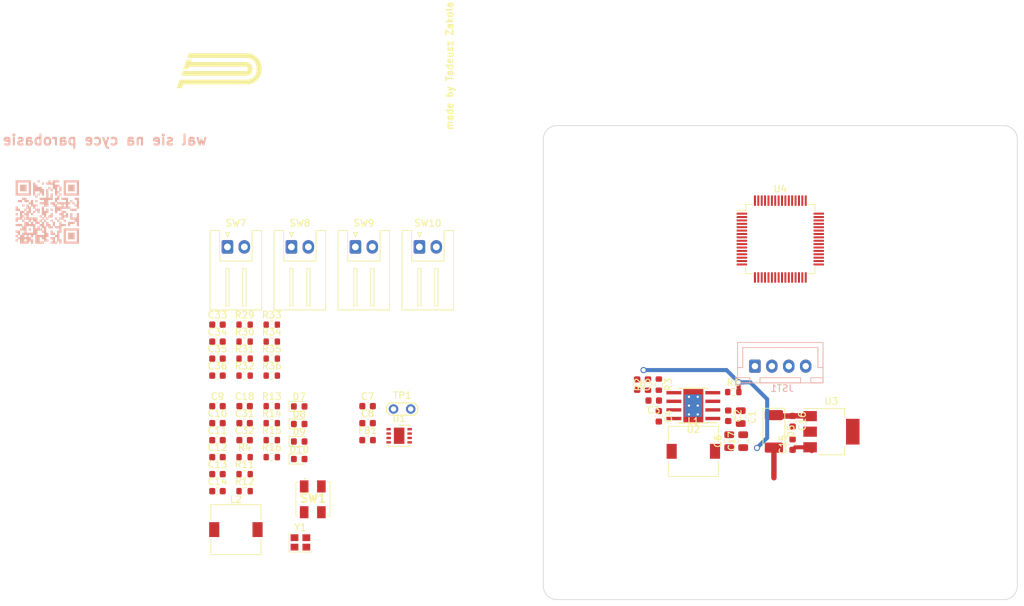
<source format=kicad_pcb>
(kicad_pcb (version 20221018) (generator pcbnew)
  (title_block (rev "${REVISION}") (company "Author:") (comment 1 "Reviewer:"))
  (layers (0 "F.Cu" signal) (31 "B.Cu" signal) (34 "B.Paste" user) (35 "F.Paste" user) (36 "B.SilkS" user "B.Silkscreen") (37 "F.SilkS" user "F.Silkscreen") (38 "B.Mask" user) (39 "F.Mask" user) (44 "Edge.Cuts" user))
  (property "REVISION" "1.0")
  (net 0 "")
  (net 1 "VCC")
  (net 2 "GND")
  (net 3 "Net-(U2-VCC)")
  (net 4 "Net-(U2-BOOT)")
  (net 5 "Net-(U2-SW)")
  (net 6 "+5V")
  (net 7 "Net-(U2-FB)")
  (net 8 "Net-(U2-PG)")
  (net 9 "+3.3V")
  (net 10 "Net-(U4-PH0)")
  (net 11 "Net-(U4-PH1)")
  (net 12 "/NRST")
  (net 13 "/sw1")
  (net 14 "/sw2")
  (net 15 "/sw3")
  (net 16 "/sw4")
  (net 17 "/LED1")
  (net 18 "Net-(D7-A)")
  (net 19 "/LED2")
  (net 20 "Net-(D8-A)")
  (net 21 "/LED3")
  (net 22 "Net-(D9-A)")
  (net 23 "/LED4")
  (net 24 "Net-(D10-A)")
  (net 25 "/CAN_H")
  (net 26 "/CAN_L")
  (net 27 "Net-(U4-PH3)")
  (net 28 "Net-(U1-VDD)")
  (net 29 "Net-(R29-Pad2)")
  (net 30 "Net-(R31-Pad2)")
  (net 31 "Net-(R33-Pad2)")
  (net 32 "Net-(R35-Pad2)")
  (net 33 "/CAN_TX")
  (net 34 "/CAN_RX")
  (net 74 "Net-(D5-K)")
  (net 75 "Net-(U4-VDDA)")
  (net 76 "Net-(R11-Pad2)")
  (net 77 "Net-(U4-VSSA)")
  (footprint "Resistor_SMD:R_0603_1608Metric" (layer "F.Cu") (at 61.885 116.47)
    (fp_text reference "R11" (at 0 -1.43) (layer "F.SilkS"))
    (fp_text value "10k")
    (pad "1" smd roundrect (at -0.825 0) (size 0.8 0.95) (layers "F.Cu" "F.Paste" "F.Mask") (net 9 "+3.3V"))
    (pad "2" smd roundrect (at 0.825 0) (size 0.8 0.95) (layers "F.Cu" "F.Paste" "F.Mask") (net 76 "Net-(R11-Pad2)"))
  )
  (footprint "Capacitor_SMD:C_0603_1608Metric" (layer "F.Cu") (at 122.305 105.6 180)
    (fp_text reference "C3" (at 0 -1.43) (layer "F.SilkS"))
    (fp_text value "1uF")
    (pad "1" smd roundrect (at -0.775 0 180) (size 0.9 0.95) (layers "F.Cu" "F.Paste" "F.Mask") (net 3 "Net-(U2-VCC)"))
    (pad "2" smd roundrect (at 0.775 0 180) (size 0.9 0.95) (layers "F.Cu" "F.Paste" "F.Mask") (net 2 "GND"))
  )
  (footprint "Resistor_SMD:R_0603_1608Metric" (layer "F.Cu") (at 61.885 101.92)
    (fp_text reference "R32" (at 0 -1.43) (layer "F.SilkS"))
    (fp_text value "470")
    (pad "1" smd roundrect (at -0.825 0) (size 0.8 0.95) (layers "F.Cu" "F.Paste" "F.Mask") (net 30 "Net-(R31-Pad2)"))
    (pad "2" smd roundrect (at 0.825 0) (size 0.8 0.95) (layers "F.Cu" "F.Paste" "F.Mask") (net 14 "/sw2"))
  )
  (footprint "Capacitor_SMD:C_0603_1608Metric" (layer "F.Cu") (at 119.855 103.25 -90)
    (fp_text reference "C5" (at 0 -1.43 90) (layer "F.SilkS"))
    (fp_text value "10pF")
    (pad "1" smd roundrect (at -0.775 0 270) (size 0.9 0.95) (layers "F.Cu" "F.Paste" "F.Mask") (net 6 "+5V"))
    (pad "2" smd roundrect (at 0.775 0 270) (size 0.9 0.95) (layers "F.Cu" "F.Paste" "F.Mask") (net 7 "Net-(U2-FB)"))
  )
  (footprint "Resistor_SMD:R_0603_1608Metric" (layer "F.Cu") (at 65.895 101.92)
    (fp_text reference "R36" (at 0 -1.43) (layer "F.SilkS"))
    (fp_text value "470")
    (pad "1" smd roundrect (at -0.825 0) (size 0.8 0.95) (layers "F.Cu" "F.Paste" "F.Mask") (net 32 "Net-(R35-Pad2)"))
    (pad "2" smd roundrect (at 0.825 0) (size 0.8 0.95) (layers "F.Cu" "F.Paste" "F.Mask") (net 16 "/sw4"))
  )
  (footprint "Capacitor_SMD:C_0603_1608Metric" (layer "F.Cu") (at 57.875 99.41)
    (fp_text reference "C35" (at 0 -1.43) (layer "F.SilkS"))
    (fp_text value "220nF")
    (pad "1" smd roundrect (at -0.775 0) (size 0.9 0.95) (layers "F.Cu" "F.Paste" "F.Mask") (net 15 "/sw3"))
    (pad "2" smd roundrect (at 0.775 0) (size 0.9 0.95) (layers "F.Cu" "F.Paste" "F.Mask") (net 2 "GND"))
  )
  (footprint "Logos:PUTM_LOGO_15mm" (layer "F.Cu") (at 57.75 56.75)
    (fp_text reference "G***" hide)
    (fp_text value "LOGO" hide)
  )
  (footprint "Capacitor_SMD:C_0603_1608Metric" (layer "F.Cu") (at 80.045 106.43)
    (fp_text reference "C7" (at 0 -1.43) (layer "F.SilkS"))
    (fp_text value "100nF")
    (pad "1" smd roundrect (at -0.775 0) (size 0.9 0.95) (layers "F.Cu" "F.Paste" "F.Mask") (net 9 "+3.3V"))
    (pad "2" smd roundrect (at 0.775 0) (size 0.9 0.95) (layers "F.Cu" "F.Paste" "F.Mask") (net 2 "GND"))
  )
  (footprint "Package_TO_SOT_SMD:SOT-223" (layer "F.Cu") (at 148.55 110.2)
    (fp_text reference "U3" (at 0 -4.5) (layer "F.SilkS"))
    (fp_text value "LM3940")
    (pad "1" smd rect (at -3.15 -2.3) (size 2 1.5) (layers "F.Cu" "F.Paste" "F.Mask") (net 74 "Net-(D5-K)"))
    (pad "2" smd rect (at -3.15 0) (size 2 1.5) (layers "F.Cu" "F.Paste" "F.Mask") (net 2 "GND"))
    (pad "2" smd rect (at 3.15 0) (size 2 3.8) (layers "F.Cu" "F.Paste" "F.Mask") (net 2 "GND"))
    (pad "3" smd rect (at -3.15 2.3) (size 2 1.5) (layers "F.Cu" "F.Paste" "F.Mask") (net 9 "+3.3V"))
  )
  (footprint "TestPoint:TestPoint_2Pads_Pitch2.54mm_Drill0.8mm" (layer "F.Cu") (at 83.875 106.85)
    (fp_text reference "TP1" (at 1.3 -2) (layer "F.SilkS"))
    (fp_text value "TestPoint_2Pole")
    (pad "1" thru_hole circle (at 0 0) (size 1.4 1.4) (drill 0.8) (layers "*.Cu" "*.Mask") (net 33 "/CAN_TX"))
    (pad "2" thru_hole circle (at 2.54 0) (size 1.4 1.4) (drill 0.8) (layers "*.Cu" "*.Mask") (net 34 "/CAN_RX"))
  )
  (footprint "Capacitor_SMD:C_0805_2012Metric" (layer "F.Cu") (at 135.515 111.6 90)
    (fp_text reference "C17" (at 0 -1.68 90) (layer "F.SilkS"))
    (fp_text value "22uF")
    (pad "1" smd roundrect (at -0.95 0 90) (size 1 1.45) (layers "F.Cu" "F.Paste" "F.Mask") (net 6 "+5V"))
    (pad "2" smd roundrect (at 0.95 0 90) (size 1 1.45) (layers "F.Cu" "F.Paste" "F.Mask") (net 2 "GND"))
  )
  (footprint "Connector_JST:JST_XH_S2B-XH-A_1x02_P2.50mm_Horizontal" (layer "F.Cu") (at 59.345 82.91)
    (fp_text reference "SW7" (at 1.25 -3.5) (layer "F.SilkS"))
    (fp_text value "SW_Push")
    (pad "1" thru_hole roundrect (at 0 0) (size 1.7 2) (drill 1) (layers "*.Cu" "*.Mask") (roundrect_rratio 0.147059) (net 2 "GND"))
    (pad "2" thru_hole oval (at 2.5 0) (size 1.7 2) (drill 1) (layers "*.Cu" "*.Mask") (net 29 "Net-(R29-Pad2)"))
  )
  (footprint "Capacitor_SMD:C_0603_1608Metric" (layer "F.Cu") (at 61.885 111.45)
    (fp_text reference "C32" (at 0 -1.43) (layer "F.SilkS"))
    (fp_text value "100nF")
    (pad "1" smd roundrect (at -0.775 0) (size 0.9 0.95) (layers "F.Cu" "F.Paste" "F.Mask") (net 75 "Net-(U4-VDDA)"))
    (pad "2" smd roundrect (at 0.775 0) (size 0.9 0.95) (layers "F.Cu" "F.Paste" "F.Mask") (net 2 "GND"))
  )
  (footprint "Resistor_SMD:R_0603_1608Metric" (layer "F.Cu") (at 123.055 103.25 -90)
    (fp_text reference "R3" (at 0 -1.43 90) (layer "F.SilkS"))
    (fp_text value "24.9k")
    (pad "1" smd roundrect (at -0.825 0 270) (size 0.8 0.95) (layers "F.Cu" "F.Paste" "F.Mask") (net 2 "GND"))
    (pad "2" smd roundrect (at 0.825 0 270) (size 0.8 0.95) (layers "F.Cu" "F.Paste" "F.Mask") (net 7 "Net-(U2-FB)"))
  )
  (footprint "Capacitor_SMD:C_0603_1608Metric" (layer "F.Cu") (at 57.875 96.9)
    (fp_text reference "C34" (at 0 -1.43) (layer "F.SilkS"))
    (fp_text value "220nF")
    (pad "1" smd roundrect (at -0.775 0) (size 0.9 0.95) (layers "F.Cu" "F.Paste" "F.Mask") (net 14 "/sw2"))
    (pad "2" smd roundrect (at 0.775 0) (size 0.9 0.95) (layers "F.Cu" "F.Paste" "F.Mask") (net 2 "GND"))
  )
  (footprint "Resistor_SMD:R_0603_1608Metric" (layer "F.Cu") (at 61.885 94.39)
    (fp_text reference "R29" (at 0 -1.43) (layer "F.SilkS"))
    (fp_text value "10k")
    (pad "1" smd roundrect (at -0.825 0) (size 0.8 0.95) (layers "F.Cu" "F.Paste" "F.Mask") (net 9 "+3.3V"))
    (pad "2" smd roundrect (at 0.825 0) (size 0.8 0.95) (layers "F.Cu" "F.Paste" "F.Mask") (net 29 "Net-(R29-Pad2)"))
  )
  (footprint "Capacitor_SMD:C_0805_2012Metric" (layer "F.Cu") (at 133.455 111.6 90)
    (fp_text reference "C6" (at 0 -1.68 90) (layer "F.SilkS"))
    (fp_text value "22uF")
    (pad "1" smd roundrect (at -0.95 0 90) (size 1 1.45) (layers "F.Cu" "F.Paste" "F.Mask") (net 6 "+5V"))
    (pad "2" smd roundrect (at 0.95 0 90) (size 1 1.45) (layers "F.Cu" "F.Paste" "F.Mask") (net 2 "GND"))
  )
  (footprint "Capacitor_SMD:C_0603_1608Metric" (layer "F.Cu") (at 123.055 107.925 -90)
    (fp_text reference "C4" (at 0 -1.43 90) (layer "F.SilkS"))
    (fp_text value "100nF")
    (pad "1" smd roundrect (at -0.775 0 270) (size 0.9 0.95) (layers "F.Cu" "F.Paste" "F.Mask") (net 4 "Net-(U2-BOOT)"))
    (pad "2" smd roundrect (at 0.775 0 270) (size 0.9 0.95) (layers "F.Cu" "F.Paste" "F.Mask") (net 5 "Net-(U2-SW)"))
  )
  (footprint "Package_QFP:LQFP-64_10x10mm_P0.5mm" (layer "F.Cu") (at 141 81.75)
    (fp_text reference "U4" (at 0 -7.4) (layer "F.SilkS"))
    (fp_text value "STM32L4P5RETx")
    (pad "1" smd roundrect (at -5.675 -3.75) (size 1.55 0.3) (layers "F.Cu" "F.Paste" "F.Mask") (net 9 "+3.3V"))
    (pad "2" smd roundrect (at -5.675 -3.25) (size 1.55 0.3) (layers "F.Cu" "F.Paste" "F.Mask"))
    (pad "3" smd roundrect (at -5.675 -2.75) (size 1.55 0.3) (layers "F.Cu" "F.Paste" "F.Mask"))
    (pad "4" smd roundrect (at -5.675 -2.25) (size 1.55 0.3) (layers "F.Cu" "F.Paste" "F.Mask"))
    (pad "5" smd roundrect (at -5.675 -1.75) (size 1.55 0.3) (layers "F.Cu" "F.Paste" "F.Mask") (net 10 "Net-(U4-PH0)"))
    (pad "6" smd roundrect (at -5.675 -1.25) (size 1.55 0.3) (layers "F.Cu" "F.Paste" "F.Mask") (net 11 "Net-(U4-PH1)"))
    (pad "7" smd roundrect (at -5.675 -0.75) (size 1.55 0.3) (layers "F.Cu" "F.Paste" "F.Mask") (net 12 "/NRST"))
    (pad "8" smd roundrect (at -5.675 -0.25) (size 1.55 0.3) (layers "F.Cu" "F.Paste" "F.Mask"))
    (pad "9" smd roundrect (at -5.675 0.25) (size 1.55 0.3) (layers "F.Cu" "F.Paste" "F.Mask"))
    (pad "10" smd roundrect (at -5.675 0.75) (size 1.55 0.3) (layers "F.Cu" "F.Paste" "F.Mask"))
    (pad "11" smd roundrect (at -5.675 1.25) (size 1.55 0.3) (layers "F.Cu" "F.Paste" "F.Mask"))
    (pad "12" smd roundrect (at -5.675 1.75) (size 1.55 0.3) (layers "F.Cu" "F.Paste" "F.Mask") (net 77 "Net-(U4-VSSA)"))
    (pad "13" smd roundrect (at -5.675 2.25) (size 1.55 0.3) (layers "F.Cu" "F.Paste" "F.Mask") (net 75 "Net-(U4-VDDA)"))
    (pad "14" smd roundrect (at -5.675 2.75) (size 1.55 0.3) (layers "F.Cu" "F.Paste" "F.Mask"))
    (pad "15" smd roundrect (at -5.675 3.25) (size 1.55 0.3) (layers "F.Cu" "F.Paste" "F.Mask"))
    (pad "16" smd roundrect (at -5.675 3.75) (size 1.55 0.3) (layers "F.Cu" "F.Paste" "F.Mask"))
    (pad "17" smd roundrect (at -3.75 5.675) (size 0.3 1.55) (layers "F.Cu" "F.Paste" "F.Mask"))
    (pad "18" smd roundrect (at -3.25 5.675) (size 0.3 1.55) (layers "F.Cu" "F.Paste" "F.Mask") (net 77 "Net-(U4-VSSA)"))
    (pad "19" smd roundrect (at -2.75 5.675) (size 0.3 1.55) (layers "F.Cu" "F.Paste" "F.Mask") (net 9 "+3.3V"))
    (pad "20" smd roundrect (at -2.25 5.675) (size 0.3 1.55) (layers "F.Cu" "F.Paste" "F.Mask"))
    (pad "21" smd roundrect (at -1.75 5.675) (size 0.3 1.55) (layers "F.Cu" "F.Paste" "F.Mask"))
    (pad "22" smd roundrect (at -1.25 5.675) (size 0.3 1.55) (layers "F.Cu" "F.Paste" "F.Mask"))
    (pad "23" smd roundrect (at -0.75 5.675) (size 0.3 1.55) (layers "F.Cu" "F.Paste" "F.Mask"))
    (pad "24" smd roundrect (at -0.25 5.675) (size 0.3 1.55) (layers "F.Cu" "F.Paste" "F.Mask"))
    (pad "25" smd roundrect (at 0.25 5.675) (size 0.3 1.55) (layers "F.Cu" "F.Paste" "F.Mask"))
    (pad "26" smd roundrect (at 0.75 5.675) (size 0.3 1.55) (layers "F.Cu" "F.Paste" "F.Mask"))
    (pad "27" smd roundrect (at 1.25 5.675) (size 0.3 1.55) (layers "F.Cu" "F.Paste" "F.Mask"))
    (pad "28" smd roundrect (at 1.75 5.675) (size 0.3 1.55) (layers "F.Cu" "F.Paste" "F.Mask"))
    (pad "29" smd roundrect (at 2.25 5.675) (size 0.3 1.55) (layers "F.Cu" "F.Paste" "F.Mask"))
    (pad "30" smd roundrect (at 2.75 5.675) (size 0.3 1.55) (layers "F.Cu" "F.Paste" "F.Mask"))
    (pad "31" smd roundrect (at 3.25 5.675) (size 0.3 1.55) (layers "F.Cu" "F.Paste" "F.Mask") (net 77 "Net-(U4-VSSA)"))
    (pad "32" smd roundrect (at 3.75 5.675) (size 0.3 1.55) (layers "F.Cu" "F.Paste" "F.Mask") (net 9 "+3.3V"))
    (pad "33" smd roundrect (at 5.675 3.75) (size 1.55 0.3) (layers "F.Cu" "F.Paste" "F.Mask") (net 13 "/sw1"))
    (pad "34" smd roundrect (at 5.675 3.25) (size 1.55 0.3) (layers "F.Cu" "F.Paste" "F.Mask") (net 14 "/sw2"))
    (pad "35" smd roundrect (at 5.675 2.75) (size 1.55 0.3) (layers "F.Cu" "F.Paste" "F.Mask") (net 15 "/sw3"))
    (pad "36" smd roundrect (at 5.675 2.25) (size 1.55 0.3) (layers "F.Cu" "F.Paste" "F.Mask") (net 16 "/sw4"))
    (pad "37" smd roundrect (at 5.675 1.75) (size 1.55 0.3) (layers "F.Cu" "F.Paste" "F.Mask") (net 17 "/LED1"))
    (pad "38" smd roundrect (at 5.675 1.25) (size 1.55 0.3) (layers "F.Cu" "F.Paste" "F.Mask") (net 19 "/LED2"))
    (pad "39" smd roundrect (at 5.675 0.75) (size 1.55 0.3) (layers "F.Cu" "F.Paste" "F.Mask") (net 21 "/LED3"))
    (pad "40" smd roundrect (at 5.675 0.25) (size 1.55 0.3) (layers "F.Cu" "F.Paste" "F.Mask") (net 23 "/LED4"))
    (pad "41" smd roundrect (at 5.675 -0.25) (size 1.55 0.3) (layers "F.Cu" "F.Paste" "F.Mask"))
    (pad "42" smd roundrect (at 5.675 -0.75) (size 1.55 0.3) (layers "F.Cu" "F.Paste" "F.Mask"))
    (pad "43" smd roundrect (at 5.675 -1.25) (size 1.55 0.3) (layers "F.Cu" "F.Paste" "F.Mask"))
    (pad "44" smd roundrect (at 5.675 -1.75) (size 1.55 0.3) (layers "F.Cu" "F.Paste" "F.Mask"))
    (pad "45" smd roundrect (at 5.675 -2.25) (size 1.55 0.3) (layers "F.Cu" "F.Paste" "F.Mask"))
    (pad "46" smd roundrect (at 5.675 -2.75) (size 1.55 0.3) (layers "F.Cu" "F.Paste" "F.Mask"))
    (pad "47" smd roundrect (at 5.675 -3.25) (size 1.55 0.3) (layers "F.Cu" "F.Paste" "F.Mask") (net 77 "Net-(U4-VSSA)"))
    (pad "48" smd roundrect (at 5.675 -3.75) (size 1.55 0.3) (layers "F.Cu" "F.Paste" "F.Mask") (net 9 "+3.3V"))
    (pad "49" smd roundrect (at 3.75 -5.675) (size 0.3 1.55) (layers "F.Cu" "F.Paste" "F.Mask"))
    (pad "50" smd roundrect (at 3.25 -5.675) (size 0.3 1.55) (layers "F.Cu" "F.Paste" "F.Mask"))
    (pad "51" smd roundrect (at 2.75 -5.675) (size 0.3 1.55) (layers "F.Cu" "F.Paste" "F.Mask"))
    (pad "52" smd roundrect (at 2.25 -5.675) (size 0.3 1.55) (layers "F.Cu" "F.Paste" "F.Mask"))
    (pad "53" smd roundrect (at 1.75 -5.675) (size 0.3 1.55) (layers "F.Cu" "F.Paste" "F.Mask"))
    (pad "54" smd roundrect (at 1.25 -5.675) (size 0.3 1.55) (layers "F.Cu" "F.Paste" "F.Mask"))
    (pad "55" smd roundrect (at 0.75 -5.675) (size 0.3 1.55) (layers "F.Cu" "F.Paste" "F.Mask"))
    (pad "56" smd roundrect (at 0.25 -5.675) (size 0.3 1.55) (layers "F.Cu" "F.Paste" "F.Mask"))
    (pad "57" smd roundrect (at -0.25 -5.675) (size 0.3 1.55) (layers "F.Cu" "F.Paste" "F.Mask"))
    (pad "58" smd roundrect (at -0.75 -5.675) (size 0.3 1.55) (layers "F.Cu" "F.Paste" "F.Mask"))
    (pad "59" smd roundrect (at -1.25 -5.675) (size 0.3 1.55) (layers "F.Cu" "F.Paste" "F.Mask"))
    (pad "60" smd roundrect (at -1.75 -5.675) (size 0.3 1.55) (layers "F.Cu" "F.Paste" "F.Mask") (net 27 "Net-(U4-PH3)"))
    (pad "61" smd roundrect (at -2.25 -5.675) (size 0.3 1.55) (layers "F.Cu" "F.Paste" "F.Mask") (net 34 "/CAN_RX"))
    (pad "62" smd roundrect (at -2.75 -5.675) (size 0.3 1.55) (layers "F.Cu" "F.Paste" "F.Mask") (net 33 "/CAN_TX"))
    (pad "63" smd roundrect (at -3.25 -5.675) (size 0.3 1.55) (layers "F.Cu" "F.Paste" "F.Mask") (net 77 "Net-(U4-VSSA)"))
    (pad "64" smd roundrect (at -3.75 -5.675) (size 0.3 1.55) (layers "F.Cu" "F.Paste" "F.Mask") (net 9 "+3.3V"))
  )
  (footprint "Capacitor_SMD:C_0603_1608Metric" (layer "F.Cu") (at 57.875 106.43)
    (fp_text reference "C9" (at 0 -1.43) (layer "F.SilkS"))
    (fp_text value "100nF")
    (pad "1" smd roundrect (at -0.775 0) (size 0.9 0.95) (layers "F.Cu" "F.Paste" "F.Mask") (net 9 "+3.3V"))
    (pad "2" smd roundrect (at 0.775 0) (size 0.9 0.95) (layers "F.Cu" "F.Paste" "F.Mask") (net 2 "GND"))
  )
  (footprint "Connector_JST:JST_XH_S2B-XH-A_1x02_P2.50mm_Horizontal" (layer "F.Cu") (at 78.245 82.91)
    (fp_text reference "SW9" (at 1.25 -3.5) (layer "F.SilkS"))
    (fp_text value "SW_Push")
    (pad "1" thru_hole roundrect (at 0 0) (size 1.7 2) (drill 1) (layers "*.Cu" "*.Mask") (roundrect_rratio 0.147059) (net 2 "GND"))
    (pad "2" thru_hole oval (at 2.5 0) (size 1.7 2) (drill 1) (layers "*.Cu" "*.Mask") (net 31 "Net-(R33-Pad2)"))
  )
  (footprint "Resistor_SMD:R_0603_1608Metric" (layer "F.Cu") (at 65.895 94.39)
    (fp_text reference "R33" (at 0 -1.43) (layer "F.SilkS"))
    (fp_text value "10k")
    (pad "1" smd roundrect (at -0.825 0) (size 0.8 0.95) (layers "F.Cu" "F.Paste" "F.Mask") (net 9 "+3.3V"))
    (pad "2" smd roundrect (at 0.825 0) (size 0.8 0.95) (layers "F.Cu" "F.Paste" "F.Mask") (net 31 "Net-(R33-Pad2)"))
  )
  (footprint "Package_DFN_QFN:DFN-8-1EP_3x3mm_P0.65mm_EP1.55x2.4mm" (layer "F.Cu") (at 84.705 110.8)
    (fp_text reference "U1" (at 0 -2.55) (layer "F.SilkS"))
    (fp_text value "MCP2542FDxMF")
    (pad "1" smd rect (at -1.55 -0.975) (size 0.65 0.35) (layers "F.Cu" "F.Paste" "F.Mask") (net 33 "/CAN_TX"))
    (pad "2" smd rect (at -1.55 -0.325) (size 0.65 0.35) (layers "F.Cu" "F.Paste" "F.Mask") (net 2 "GND"))
    (pad "3" smd rect (at -1.55 0.325) (size 0.65 0.35) (layers "F.Cu" "F.Paste" "F.Mask") (net 28 "Net-(U1-VDD)"))
    (pad "4" smd rect (at -1.55 0.975) (size 0.65 0.35) (layers "F.Cu" "F.Paste" "F.Mask") (net 34 "/CAN_RX"))
    (pad "5" smd rect (at 1.55 0.975) (size 0.65 0.35) (layers "F.Cu" "F.Paste" "F.Mask") (net 9 "+3.3V"))
    (pad "6" smd rect (at 1.55 0.325) (size 0.65 0.35) (layers "F.Cu" "F.Paste" "F.Mask") (net 26 "/CAN_L"))
    (pad "7" smd rect (at 1.55 -0.325) (size 0.65 0.35) (layers "F.Cu" "F.Paste" "F.Mask") (net 25 "/CAN_H"))
    (pad "8" smd rect (at 1.55 -0.975) (size 0.65 0.35) (layers "F.Cu" "F.Paste" "F.Mask") (net 2 "GND"))
    (pad "9" smd rect (at 0 0) (size 1.55 2.4) (layers "F.Cu" "F.Mask") (net 2 "GND"))
  )
  (footprint "Resistor_SMD:R_0603_1608Metric" (layer "F.Cu") (at 61.885 99.41)
    (fp_text reference "R31" (at 0 -1.43) (layer "F.SilkS"))
    (fp_text value "10k")
    (pad "1" smd roundrect (at -0.825 0) (size 0.8 0.95) (layers "F.Cu" "F.Paste" "F.Mask") (net 9 "+3.3V"))
    (pad "2" smd roundrect (at 0.825 0) (size 0.8 0.95) (layers "F.Cu" "F.Paste" "F.Mask") (net 30 "Net-(R31-Pad2)"))
  )
  (footprint "Resistor_SMD:R_0603_1608Metric" (layer "F.Cu") (at 65.895 99.41)
    (fp_text reference "R35" (at 0 -1.43) (layer "F.SilkS"))
    (fp_text value "10k")
    (pad "1" smd roundrect (at -0.825 0) (size 0.8 0.95) (layers "F.Cu" "F.Paste" "F.Mask") (net 9 "+3.3V"))
    (pad "2" smd roundrect (at 0.825 0) (size 0.8 0.95) (layers "F.Cu" "F.Paste" "F.Mask") (net 32 "Net-(R35-Pad2)"))
  )
  (footprint "Crystal:Crystal_SMD_2520-4Pin_2.5x2.0mm" (layer "F.Cu") (at 70.125 126.55)
    (fp_text reference "Y1" (at 0 -2.2) (layer "F.SilkS"))
    (fp_text value "16MHz")
    (pad "1" smd rect (at -0.875 0.7) (size 1.15 1) (layers "F.Cu" "F.Paste" "F.Mask") (net 11 "Net-(U4-PH1)"))
    (pad "2" smd rect (at 0.875 0.7) (size 1.15 1) (layers "F.Cu" "F.Paste" "F.Mask") (net 2 "GND"))
    (pad "3" smd rect (at 0.875 -0.7) (size 1.15 1) (layers "F.Cu" "F.Paste" "F.Mask") (net 10 "Net-(U4-PH0)"))
    (pad "4" smd rect (at -0.875 -0.7) (size 1.15 1) (layers "F.Cu" "F.Paste" "F.Mask") (net 2 "GND"))
  )
  (footprint "Resistor_SMD:R_0603_1608Metric" (layer "F.Cu") (at 65.895 111.45)
    (fp_text reference "R15" (at 0 -1.43) (layer "F.SilkS"))
    (fp_text value "320")
    (pad "1" smd roundrect (at -0.825 0) (size 0.8 0.95) (layers "F.Cu" "F.Paste" "F.Mask") (net 9 "+3.3V"))
    (pad "2" smd roundrect (at 0.825 0) (size 0.8 0.95) (layers "F.Cu" "F.Paste" "F.Mask") (net 22 "Net-(D9-A)"))
  )
  (footprint "Diode_SMD:D_MELF" (layer "F.Cu") (at 140.055 110.15 -90)
    (fp_text reference "D5" (at 0 -2.5 -270) (layer "F.SilkS"))
    (fp_text value "Dioda Schottky'ego")
    (pad "1" smd roundrect (at -2.4 0 270) (size 1.5 2.7) (layers "F.Cu" "F.Paste" "F.Mask") (roundrect_rratio 0.1666666667) (net 74 "Net-(D5-K)"))
    (pad "2" smd roundrect (at 2.4 0 270) (size 1.5 2.7) (layers "F.Cu" "F.Paste" "F.Mask") (roundrect_rratio 0.1666666667) (net 6 "+5V"))
  )
  (footprint "Resistor_SMD:R_0603_1608Metric" (layer "F.Cu") (at 61.885 96.9)
    (fp_text reference "R30" (at 0 -1.43) (layer "F.SilkS"))
    (fp_text value "470")
    (pad "1" smd roundrect (at -0.825 0) (size 0.8 0.95) (layers "F.Cu" "F.Paste" "F.Mask") (net 29 "Net-(R29-Pad2)"))
    (pad "2" smd roundrect (at 0.825 0) (size 0.8 0.95) (layers "F.Cu" "F.Paste" "F.Mask") (net 13 "/sw1"))
  )
  (footprint "Connector_JST:JST_XH_S2B-XH-A_1x02_P2.50mm_Horizontal" (layer "F.Cu") (at 68.795 82.91)
    (fp_text reference "SW8" (at 1.25 -3.5) (layer "F.SilkS"))
    (fp_text value "SW_Push")
    (pad "1" thru_hole roundrect (at 0 0) (size 1.7 2) (drill 1) (layers "*.Cu" "*.Mask") (roundrect_rratio 0.147059) (net 2 "GND"))
    (pad "2" thru_hole oval (at 2.5 0) (size 1.7 2) (drill 1) (layers "*.Cu" "*.Mask") (net 30 "Net-(R31-Pad2)"))
  )
  (footprint "Capacitor_SMD:C_0603_1608Metric" (layer "F.Cu") (at 57.875 118.98)
    (fp_text reference "C14" (at 0 -1.43) (layer "F.SilkS"))
    (fp_text value "100nF")
    (pad "1" smd roundrect (at -0.775 0) (size 0.9 0.95) (layers "F.Cu" "F.Paste" "F.Mask") (net 9 "+3.3V"))
    (pad "2" smd roundrect (at 0.775 0) (size 0.9 0.95) (layers "F.Cu" "F.Paste" "F.Mask") (net 2 "GND"))
  )
  (footprint "LED_SMD:LED_0603_1608Metric" (layer "F.Cu") (at 69.945 114.24)
    (fp_text reference "D10" (at 0 -1.43) (layer "F.SilkS"))
    (fp_text value "LED")
    (pad "1" smd roundrect (at -0.7875 0) (size 0.875 0.95) (layers "F.Cu" "F.Paste" "F.Mask") (net 23 "/LED4"))
    (pad "2" smd roundrect (at 0.7875 0) (size 0.875 0.95) (layers "F.Cu" "F.Paste" "F.Mask") (net 24 "Net-(D10-A)"))
  )
  (footprint "LED_SMD:LED_0603_1608Metric" (layer "F.Cu") (at 69.945 106.47)
    (fp_text reference "D7" (at 0 -1.43) (layer "F.SilkS"))
    (fp_text value "LED")
    (pad "1" smd roundrect (at -0.7875 0) (size 0.875 0.95) (layers "F.Cu" "F.Paste" "F.Mask") (net 17 "/LED1"))
    (pad "2" smd roundrect (at 0.7875 0) (size 0.875 0.95) (layers "F.Cu" "F.Paste" "F.Mask") (net 18 "Net-(D7-A)"))
  )
  (footprint "Capacitor_SMD:C_0603_1608Metric" (layer "F.Cu") (at 57.875 108.94)
    (fp_text reference "C10" (at 0 -1.43) (layer "F.SilkS"))
    (fp_text value "100nF")
    (pad "1" smd roundrect (at -0.775 0) (size 0.9 0.95) (layers "F.Cu" "F.Paste" "F.Mask") (net 9 "+3.3V"))
    (pad "2" smd roundrect (at 0.775 0) (size 0.9 0.95) (layers "F.Cu" "F.Paste" "F.Mask") (net 2 "GND"))
  )
  (footprint "Capacitor_SMD:C_0603_1608Metric" (layer "F.Cu") (at 57.875 113.96)
    (fp_text reference "C12" (at 0 -1.43) (layer "F.SilkS"))
    (fp_text value "22pF")
    (pad "1" smd roundrect (at -0.775 0) (size 0.9 0.95) (layers "F.Cu" "F.Paste" "F.Mask") (net 2 "GND"))
    (pad "2" smd roundrect (at 0.775 0) (size 0.9 0.95) (layers "F.Cu" "F.Paste" "F.Mask") (net 10 "Net-(U4-PH0)"))
  )
  (footprint "Capacitor_SMD:C_0603_1608Metric" (layer "F.Cu") (at 142.81 112.11 90)
    (fp_text reference "C15" (at 0 -1.43 90) (layer "F.SilkS"))
    (fp_text value "33uF")
    (pad "1" smd roundrect (at -0.775 0 90) (size 0.9 0.95) (layers "F.Cu" "F.Paste" "F.Mask") (net 9 "+3.3V"))
    (pad "2" smd roundrect (at 0.775 0 90) (size 0.9 0.95) (layers "F.Cu" "F.Paste" "F.Mask") (net 2 "GND"))
  )
  (footprint "Resistor_SMD:R_0603_1608Metric" (layer "F.Cu") (at 121.455 103.25 90)
    (fp_text reference "R2" (at 0 -1.43 90) (layer "F.SilkS"))
    (fp_text value "100k")
    (pad "1" smd roundrect (at -0.825 0 90) (size 0.8 0.95) (layers "F.Cu" "F.Paste" "F.Mask") (net 7 "Net-(U2-FB)"))
    (pad "2" smd roundrect (at 0.825 0 90) (size 0.8 0.95) (layers "F.Cu" "F.Paste" "F.Mask") (net 6 "+5V"))
  )
  (footprint "Resistor_SMD:R_0603_1608Metric" (layer "F.Cu") (at 65.895 113.96)
    (fp_text reference "R16" (at 0 -1.43) (layer "F.SilkS"))
    (fp_text value "320")
    (pad "1" smd roundrect (at -0.825 0) (size 0.8 0.95) (layers "F.Cu" "F.Paste" "F.Mask") (net 9 "+3.3V"))
    (pad "2" smd roundrect (at 0.825 0) (size 0.8 0.95) (layers "F.Cu" "F.Paste" "F.Mask") (net 24 "Net-(D10-A)"))
  )
  (footprint "Capacitor_SMD:C_0805_2012Metric" (layer "F.Cu") (at 135.155 108.05 -90)
    (fp_text reference "C1" (at 0 -1.68 90) (layer "F.SilkS"))
    (fp_text value "2.2uF")
    (pad "1" smd roundrect (at -0.95 0 270) (size 1 1.45) (layers "F.Cu" "F.Paste" "F.Mask") (net 1 "VCC"))
    (pad "2" smd roundrect (at 0.95 0 270) (size 1 1.45) (layers "F.Cu" "F.Paste" "F.Mask") (net 2 "GND"))
  )
  (footprint "Inductor_SMD:L_7.3x7.3_H4.5" (layer "F.Cu") (at 60.595 124.66)
    (fp_text reference "L2" (at 0 -4.45) (layer "F.SilkS"))
    (fp_text value "10uL")
    (pad "1" smd rect (at -3.2 0) (size 1.5 2.2) (layers "F.Cu" "F.Paste" "F.Mask") (net 9 "+3.3V"))
    (pad "2" smd rect (at 3.2 0) (size 1.5 2.2) (layers "F.Cu" "F.Paste" "F.Mask") (net 75 "Net-(U4-VDDA)"))
  )
  (footprint "LED_SMD:LED_0603_1608Metric" (layer "F.Cu") (at 69.945 111.65)
    (fp_text reference "D9" (at 0 -1.43) (layer "F.SilkS"))
    (fp_text value "LED")
    (pad "1" smd roundrect (at -0.7875 0) (size 0.875 0.95) (layers "F.Cu" "F.Paste" "F.Mask") (net 21 "/LED3"))
    (pad "2" smd roundrect (at 0.7875 0) (size 0.875 0.95) (layers "F.Cu" "F.Paste" "F.Mask") (net 22 "Net-(D9-A)"))
  )
  (footprint "Package_SO:Texas_HTSOP-8-1EP_3.9x4.9mm_P1.27mm_EP2.95x4.9mm_Mask2.4x3.1mm_ThermalVias" (layer "F.Cu") (at 128.155 106.35 180)
    (fp_text reference "U2" (at 0 -3.5) (layer "F.SilkS"))
    (fp_text value "LMR36510ADDA")
    (pad "1" smd rect (at -2.875 -1.905 180) (size 2.2 0.5) (layers "F.Cu" "F.Paste" "F.Mask") (net 2 "GND"))
    (pad "2" smd rect (at -2.875 -0.635 180) (size 2.2 0.5) (layers "F.Cu" "F.Paste" "F.Mask") (net 1 "VCC"))
    (pad "3" smd rect (at -2.875 0.635 180) (size 2.2 0.5) (layers "F.Cu" "F.Paste" "F.Mask") (net 1 "VCC"))
    (pad "4" smd rect (at -2.875 1.905 180) (size 2.2 0.5) (layers "F.Cu" "F.Paste" "F.Mask") (net 8 "Net-(U2-PG)"))
    (pad "5" smd rect (at 2.875 1.905 180) (size 2.2 0.5) (layers "F.Cu" "F.Paste" "F.Mask") (net 7 "Net-(U2-FB)"))
    (pad "6" smd rect (at 2.875 0.635 180) (size 2.2 0.5) (layers "F.Cu" "F.Paste" "F.Mask") (net 3 "Net-(U2-VCC)"))
    (pad "7" smd rect (at 2.875 -0.635 180) (size 2.2 0.5) (layers "F.Cu" "F.Paste" "F.Mask") (net 4 "Net-(U2-BOOT)"))
    (pad "8" smd rect (at 2.875 -1.905 180) (size 2.2 0.5) (layers "F.Cu" "F.Paste" "F.Mask") (net 5 "Net-(U2-SW)"))
    (pad "9" thru_hole circle (at -0.65 -1.3 180) (size 0.63 0.63) (drill 0.33) (layers "*.Cu" "*.Mask") (net 2 "GND"))
    (pad "9" thru_hole circle (at -0.65 0 180) (size 0.63 0.63) (drill 0.33) (layers "*.Cu" "*.Mask") (net 2 "GND"))
    (pad "9" thru_hole circle (at -0.65 1.3 180) (size 0.63 0.63) (drill 0.33) (layers "*.Cu" "*.Mask") (net 2 "GND"))
    (pad "9" smd rect (at 0 0 180) (size 2.6 3.3) (layers "B.Cu") (net 2 "GND"))
    (pad "9" smd rect (at 0 0 180) (size 2.95 4.9) (layers "F.Cu") (net 2 "GND"))
    (pad "9" thru_hole circle (at 0.65 -1.3 180) (size 0.63 0.63) (drill 0.33) (layers "*.Cu" "*.Mask") (net 2 "GND"))
    (pad "9" thru_hole circle (at 0.65 0 180) (size 0.63 0.63) (drill 0.33) (layers "*.Cu" "*.Mask") (net 2 "GND"))
    (pad "9" thru_hole circle (at 0.65 1.3 180) (size 0.63 0.63) (drill 0.33) (layers "*.Cu" "*.Mask") (net 2 "GND"))
  )
  (footprint "Capacitor_SMD:C_0603_1608Metric" (layer "F.Cu") (at 61.885 106.43)
    (fp_text reference "C18" (at 0 -1.43) (layer "F.SilkS"))
    (fp_text value "100nF")
    (pad "1" smd roundrect (at -0.775 0) (size 0.9 0.95) (layers "F.Cu" "F.Paste" "F.Mask") (net 12 "/NRST"))
    (pad "2" smd roundrect (at 0.775 0) (size 0.9 0.95) (layers "F.Cu" "F.Paste" "F.Mask") (net 2 "GND"))
  )
  (footprint "Capacitor_SMD:C_0603_1608Metric" (layer "F.Cu") (at 57.875 94.39)
    (fp_text reference "C33" (at 0 -1.43) (layer "F.SilkS"))
    (fp_text value "220nF")
    (pad "1" smd roundrect (at -0.775 0) (size 0.9 0.95) (layers "F.Cu" "F.Paste" "F.Mask") (net 13 "/sw1"))
    (pad "2" smd roundrect (at 0.775 0) (size 0.9 0.95) (layers "F.Cu" "F.Paste" "F.Mask") (net 2 "GND"))
  )
  (footprint "Resistor_SMD:R_0603_1608Metric" (layer "F.Cu") (at 65.895 108.94)
    (fp_text reference "R14" (at 0 -1.43) (layer "F.SilkS"))
    (fp_text value "320")
    (pad "1" smd roundrect (at -0.825 0) (size 0.8 0.95) (layers "F.Cu" "F.Paste" "F.Mask") (net 9 "+3.3V"))
    (pad "2" smd roundrect (at 0.825 0) (size 0.8 0.95) (layers "F.Cu" "F.Paste" "F.Mask") (net 20 "Net-(D8-A)"))
  )
  (footprint "Resistor_SMD:R_0603_1608Metric" (layer "F.Cu") (at 65.895 106.43)
    (fp_text reference "R13" (at 0 -1.43) (layer "F.SilkS"))
    (fp_text value "320")
    (pad "1" smd roundrect (at -0.825 0) (size 0.8 0.95) (layers "F.Cu" "F.Paste" "F.Mask") (net 9 "+3.3V"))
    (pad "2" smd roundrect (at 0.825 0) (size 0.8 0.95) (layers "F.Cu" "F.Paste" "F.Mask") (net 18 "Net-(D7-A)"))
  )
  (footprint "Resistor_SMD:R_0603_1608Metric" (layer "F.Cu") (at 65.895 96.9)
    (fp_text reference "R34" (at 0 -1.43) (layer "F.SilkS"))
    (fp_text value "470")
    (pad "1" smd roundrect (at -0.825 0) (size 0.8 0.95) (layers "F.Cu" "F.Paste" "F.Mask") (net 31 "Net-(R33-Pad2)"))
    (pad "2" smd roundrect (at 0.825 0) (size 0.8 0.95) (layers "F.Cu" "F.Paste" "F.Mask") (net 15 "/sw3"))
  )
  (footprint "LED_SMD:LED_0603_1608Metric" (layer "F.Cu") (at 69.945 109.06)
    (fp_text reference "D8" (at 0 -1.43) (layer "F.SilkS"))
    (fp_text value "LED")
    (pad "1" smd roundrect (at -0.7875 0) (size 0.875 0.95) (layers "F.Cu" "F.Paste" "F.Mask") (net 19 "/LED2"))
    (pad "2" smd roundrect (at 0.7875 0) (size 0.875 0.95) (layers "F.Cu" "F.Paste" "F.Mask") (net 20 "Net-(D8-A)"))
  )
  (footprint "Resistor_SMD:R_0603_1608Metric" (layer "F.Cu") (at 61.885 113.96)
    (fp_text reference "R4" (at 0 -1.43) (layer "F.SilkS"))
    (fp_text value "100k")
    (pad "1" smd roundrect (at -0.825 0) (size 0.8 0.95) (layers "F.Cu" "F.Paste" "F.Mask") (net 2 "GND"))
    (pad "2" smd roundrect (at 0.825 0) (size 0.8 0.95) (layers "F.Cu" "F.Paste" "F.Mask") (net 27 "Net-(U4-PH3)"))
  )
  (footprint "Connector_JST:JST_XH_S2B-XH-A_1x02_P2.50mm_Horizontal" (layer "F.Cu") (at 87.695 82.91)
    (fp_text reference "SW10" (at 1.25 -3.5) (layer "F.SilkS"))
    (fp_text value "SW_Push")
    (pad "1" thru_hole roundrect (at 0 0) (size 1.7 2) (drill 1) (layers "*.Cu" "*.Mask") (roundrect_rratio 0.147059) (net 2 "GND"))
    (pad "2" thru_hole oval (at 2.5 0) (size 1.7 2) (drill 1) (layers "*.Cu" "*.Mask") (net 32 "Net-(R35-Pad2)"))
  )
  (footprint "Inductor_SMD:L_0603_1608Metric" (layer "F.Cu") (at 80.045 111.45)
    (fp_text reference "FB1" (at 0 -1.43) (layer "F.SilkS"))
    (fp_text value "60R@100MHz")
    (pad "1" smd roundrect (at -0.7875 0) (size 0.875 0.95) (layers "F.Cu" "F.Paste" "F.Mask") (net 6 "+5V"))
    (pad "2" smd roundrect (at 0.7875 0) (size 0.875 0.95) (layers "F.Cu" "F.Paste" "F.Mask") (net 28 "Net-(U1-VDD)"))
  )
  (footprint "Capacitor_SMD:C_0603_1608Metric" (layer "F.Cu") (at 61.885 108.94)
    (fp_text reference "C31" (at 0 -1.43) (layer "F.SilkS"))
    (fp_text value "100nF")
    (pad "1" smd roundrect (at -0.775 0) (size 0.9 0.95) (layers "F.Cu" "F.Paste" "F.Mask") (net 9 "+3.3V"))
    (pad "2" smd roundrect (at 0.775 0) (size 0.9 0.95) (layers "F.Cu" "F.Paste" "F.Mask") (net 2 "GND"))
  )
  (footprint "KiCad:7914J1000E" (layer "F.Cu") (at 71.97 119.885)
    (fp_text reference "SW1" (at 0 0.147) (layer "F.SilkS") (effects (font (size 1.27 1.27) (thickness 0.254))))
    (fp_text value "SW_Push" hide)
    (pad "1" smd rect (at -1.29 -1.605 90) (size 1.78 1.27) (layers "F.Cu" "F.Paste" "F.Mask") (net 2 "GND"))
    (pad "2" smd rect (at -1.29 2.205 90) (size 1.78 1.27) (layers "F.Cu" "F.Paste" "F.Mask") (net 76 "Net-(R11-Pad2)"))
    (pad "3" smd rect (at 1.25 -1.605 90) (size 1.78 1.27) (layers "F.Cu" "F.Paste" "F.Mask"))
    (pad "4" smd rect (at 1.25 2.205 90) (size 1.78 1.27) (layers "F.Cu" "F.Paste" "F.Mask"))
  )
  (footprint "Resistor_SMD:R_0603_1608Metric" (layer "F.Cu") (at 134.055 104.35)
    (fp_text reference "R1" (at 0 -1.43) (layer "F.SilkS"))
    (fp_text value "100kOhm")
    (pad "1" smd roundrect (at -0.825 0) (size 0.8 0.95) (layers "F.Cu" "F.Paste" "F.Mask") (net 8 "Net-(U2-PG)"))
    (pad "2" smd roundrect (at 0.825 0) (size 0.8 0.95) (layers "F.Cu" "F.Paste" "F.Mask") (net 6 "+5V"))
  )
  (footprint "Capacitor_SMD:C_0603_1608Metric" (layer "F.Cu") (at 57.875 116.47)
    (fp_text reference "C13" (at 0 -1.43) (layer "F.SilkS"))
    (fp_text value "22pF")
    (pad "1" smd roundrect (at -0.775 0) (size 0.9 0.95) (layers "F.Cu" "F.Paste" "F.Mask") (net 2 "GND"))
    (pad "2" smd roundrect (at 0.775 0) (size 0.9 0.95) (layers "F.Cu" "F.Paste" "F.Mask") (net 11 "Net-(U4-PH1)"))
  )
  (footprint "Capacitor_SMD:C_0603_1608Metric" (layer "F.Cu") (at 80.045 108.94)
    (fp_text reference "C8" (at 0 -1.43) (layer "F.SilkS"))
    (fp_text value "100nF")
    (pad "1" smd roundrect (at -0.775 0) (size 0.9 0.95) (layers "F.Cu" "F.Paste" "F.Mask") (net 28 "Net-(U1-VDD)"))
    (pad "2" smd roundrect (at 0.775 0) (size 0.9 0.95) (layers "F.Cu" "F.Paste" "F.Mask") (net 2 "GND"))
  )
  (footprint "Capacitor_SMD:C_0603_1608Metric" (layer "F.Cu") (at 57.875 101.92)
    (fp_text reference "C36" (at 0 -1.43) (layer "F.SilkS"))
    (fp_text value "220nF")
    (pad "1" smd roundrect (at -0.775 0) (size 0.9 0.95) (layers "F.Cu" "F.Paste" "F.Mask") (net 16 "/sw4"))
    (pad "2" smd roundrect (at 0.775 0) (size 0.9 0.95) (layers "F.Cu" "F.Paste" "F.Mask") (net 2 "GND"))
  )
  (footprint "Capacitor_SMD:C_0603_1608Metric" (layer "F.Cu") (at 57.875 111.45)
    (fp_text reference "C11" (at 0 -1.43) (layer "F.SilkS"))
    (fp_text value "100nF")
    (pad "1" smd roundrect (at -0.775 0) (size 0.9 0.95) (layers "F.Cu" "F.Paste" "F.Mask") (net 9 "+3.3V"))
    (pad "2" smd roundrect (at 0.775 0) (size 0.9 0.95) (layers "F.Cu" "F.Paste" "F.Mask") (net 2 "GND"))
  )
  (footprint "Inductor_SMD:L_7.3x7.3_H4.5" (layer "F.Cu") (at 128.155 113.1)
    (fp_text reference "L1" (at 0 -4.45) (layer "F.SilkS"))
    (fp_text value "22uH")
    (pad "1" smd rect (at -3.2 0) (size 1.5 2.2) (layers "F.Cu" "F.Paste" "F.Mask") (net 5 "Net-(U2-SW)"))
    (pad "2" smd rect (at 3.2 0) (size 1.5 2.2) (layers "F.Cu" "F.Paste" "F.Mask") (net 6 "+5V"))
  )
  (footprint "Resistor_SMD:R_0603_1608Metric" (layer "F.Cu") (at 61.885 118.98)
    (fp_text reference "R12" (at 0 -1.43) (layer "F.SilkS"))
    (fp_text value "1k")
    (pad "1" smd roundrect (at -0.825 0) (size 0.8 0.95) (layers "F.Cu" "F.Paste" "F.Mask") (net 76 "Net-(R11-Pad2)"))
    (pad "2" smd roundrect (at 0.825 0) (size 0.8 0.95) (layers "F.Cu" "F.Paste" "F.Mask") (net 12 "/NRST"))
  )
  (footprint "Capacitor_SMD:C_0603_1608Metric" (layer "F.Cu") (at 142.81 108.66 -90)
    (fp_text reference "C16" (at 0 -1.43 -90) (layer "F.SilkS"))
    (fp_text value "100nF")
    (pad "1" smd roundrect (at -0.775 0 270) (size 0.9 0.95) (layers "F.Cu" "F.Paste" "F.Mask") (net 74 "Net-(D5-K)"))
    (pad "2" smd roundrect (at 0.775 0 270) (size 0.9 0.95) (layers "F.Cu" "F.Paste" "F.Mask") (net 2 "GND"))
  )
  (footprint "Capacitor_SMD:C_0603_1608Metric" (layer "F.Cu") (at 133.305 107.85 -90)
    (fp_text reference "C2" (at 0 -1.43 90) (layer "F.SilkS"))
    (fp_text value "220nF")
    (pad "1" smd roundrect (at -0.775 0 270) (size 0.9 0.95) (layers "F.Cu" "F.Paste" "F.Mask") (net 1 "VCC"))
    (pad "2" smd roundrect (at 0.775 0 270) (size 0.9 0.95) (layers "F.Cu" "F.Paste" "F.Mask") (net 2 "GND"))
  )
  (footprint "Logos:cyce1x1cm" (layer "B.Cu") (at 32.75 77.75 180)
    (fp_text reference "G***" hide)
    (fp_text value "LOGO" hide)
  )
  (footprint "Connector_JST:JST_XH_B4B-XH-A_1x04_P2.50mm_Vertical" (layer "B.Cu") (at 137.25 100.525)
    (fp_text reference "JST1" (at 4 3.275) (layer "B.SilkS") (effects (justify mirror)))
    (fp_text value "Conn_01x04")
    (pad "1" thru_hole roundrect (at 0 0) (size 1.7 1.95) (drill 0.95) (layers "*.Cu" "*.Mask") (roundrect_rratio 0.147059) (net 1 "VCC"))
    (pad "2" thru_hole oval (at 2.5 0) (size 1.7 1.95) (drill 0.95) (layers "*.Cu" "*.Mask") (net 25 "/CAN_H"))
    (pad "3" thru_hole oval (at 5 0) (size 1.7 1.95) (drill 0.95) (layers "*.Cu" "*.Mask") (net 26 "/CAN_L"))
    (pad "4" thru_hole oval (at 7.5 0) (size 1.7 1.95) (drill 0.95) (layers "*.Cu" "*.Mask") (net 2 "GND"))
  )
  (gr_line (start 108 65) (end 174 65) (stroke (width 0.1)) (layer "Edge.Cuts"))
  (gr_line (start 106 133) (end 106 67) (stroke (width 0.1)) (layer "Edge.Cuts"))
  (gr_line (start 176 67) (end 176 133) (stroke (width 0.1)) (layer "Edge.Cuts"))
  (gr_arc (start 108 135) (mid 106.585786 134.414214) (end 106 133) (stroke (width 0.1)) (layer "Edge.Cuts"))
  (gr_arc (start 176 133) (mid 175.414214 134.414214) (end 174 135) (stroke (width 0.1)) (layer "Edge.Cuts"))
  (gr_arc (start 106 67) (mid 106.585786 65.585786) (end 108 65) (stroke (width 0.1)) (layer "Edge.Cuts"))
  (gr_line (start 174 135) (end 108 135) (stroke (width 0.1)) (layer "Edge.Cuts"))
  (gr_arc (start 174 65) (mid 175.414214 65.585786) (end 176 67) (stroke (width 0.1)) (layer "Edge.Cuts"))
  (gr_text "wal sie na cyce parobasie" (at 56.5 68) (layer "B.SilkS") (effects (font (size 1.5 1.5) (thickness 0.3) bold) (justify left bottom mirror)))
  (gr_text "made by Tadeusz Zakola\n" (at 92.75 65.75 90) (layer "F.SilkS") (effects (font (size 1 1) (thickness 0.2) bold) (justify left bottom)))
  (segment (start 144.355 100.7) (end 144.355 100.525) (width 0.2) (layer "F.Cu") (net 2))
  (segment (start 140.055 112.55) (end 140.055 117) (width 0.8) (layer "F.Cu") (net 6))
  (segment (start 135.565 112.6) (end 135.515 112.55) (width 0.6) (layer "F.Cu") (net 6))
  (segment (start 134.855 104.325) (end 134.88 104.35) (width 0.6) (layer "F.Cu") (net 6))
  (segment (start 134.855 102.9) (end 134.855 104.325) (width 0.6) (layer "F.Cu") (net 6))
  (via (at 134.855 102.9) (size 0.9) (drill 0.6) (layers "F.Cu" "B.Cu") (net 6))
  (via (at 120.805 101.1) (size 0.9) (drill 0.6) (layers "F.Cu" "B.Cu") (net 6))
  (via (at 137.555 112.6) (size 0.9) (drill 0.6) (layers "F.Cu" "B.Cu") (net 6))
  (segment (start 139.055 111.1) (end 137.555 112.6) (width 0.6) (layer "B.Cu") (net 6))
  (segment (start 134.855 102.9) (end 133.055 101.1) (width 0.6) (layer "B.Cu") (net 6))
  (segment (start 134.855 102.9) (end 136.555 102.9) (width 0.6) (layer "B.Cu") (net 6))
  (segment (start 136.555 102.9) (end 139.055 105.4) (width 0.6) (layer "B.Cu") (net 6))
  (segment (start 133.055 101.1) (end 120.805 101.1) (width 0.6) (layer "B.Cu") (net 6))
  (segment (start 139.055 105.4) (end 139.055 111.1) (width 0.6) (layer "B.Cu") (net 6))
  (segment (start 142.865 112.94) (end 142.81 112.885) (width 0.8) (layer "F.Cu") (net 9))
  (segment (start 145.6425 112.9725) (end 145.61 112.94) (width 0.8) (layer "F.Cu") (net 9))
  (segment (start 143.195 112.5) (end 142.81 112.885) (width 0.6) (layer "F.Cu") (net 9))
  (segment (start 145.4 112.5) (end 143.195 112.5) (width 0.6) (layer "F.Cu") (net 9))
  (segment (start 142.835 107.86) (end 142.81 107.885) (width 0.8) (layer "F.Cu") (net 74))
  (segment (start 144.65 107.86) (end 142.835 107.86) (width 0.8) (layer "F.Cu") (net 74))
  (segment (start 145.61 107.86) (end 144.65 107.86) (width 0.8) (layer "F.Cu") (net 74))
  (segment (start 140.19 107.885) (end 140.055 107.75) (width 0.8) (layer "F.Cu") (net 74))
  (segment (start 145.4 107.9) (end 144.69 107.9) (width 0.6) (layer "F.Cu") (net 74))
  (segment (start 142.8725 107.86) (end 142.81 107.7975) (width 0.8) (layer "F.Cu") (net 74))
  (segment (start 144.69 107.9) (end 144.65 107.86) (width 0.6) (layer "F.Cu") (net 74))
  (segment (start 142.81 107.885) (end 140.19 107.885) (width 0.8) (layer "F.Cu") (net 74))
)
</source>
